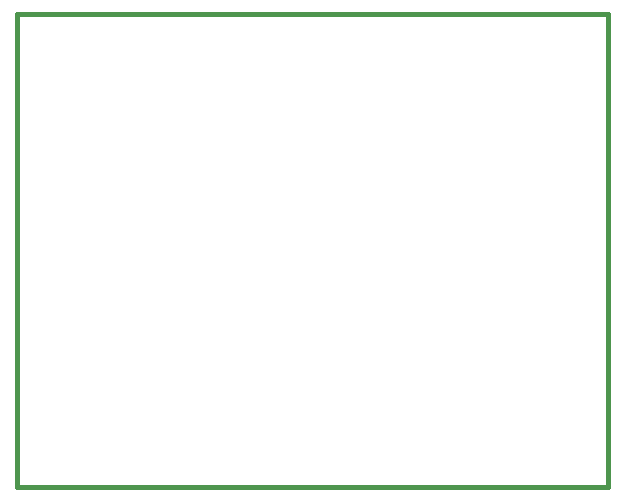
<source format=gbr>
G04 #@! TF.FileFunction,Profile,NP*
%FSLAX45Y45*%
G04 Gerber Fmt 4.5, Leading zero omitted, Abs format (unit mm)*
G04 Created by KiCad (PCBNEW (2015-01-25 BZR 5388)-product) date Mo 03 Aug 2015 14:18:17 CEST*
%MOMM*%
G01*
G04 APERTURE LIST*
%ADD10C,0.150000*%
%ADD11C,0.381000*%
G04 APERTURE END LIST*
D10*
D11*
X17400016Y-10199878D02*
X17400016Y-6199886D01*
X12400026Y-10199878D02*
X17400016Y-10199878D01*
X12400026Y-6199886D02*
X12400026Y-10199878D01*
X17400016Y-6199886D02*
X12400026Y-6199886D01*
M02*

</source>
